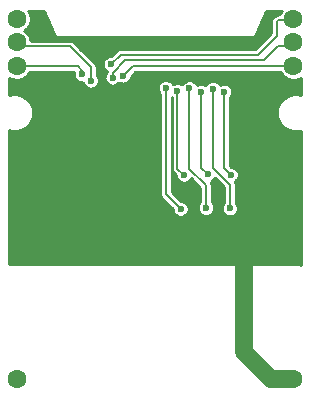
<source format=gbr>
G04 DipTrace 3.2.0.1*
G04 Bottom.gbr*
%MOMM*%
G04 #@! TF.FileFunction,Copper,L2,Bot*
G04 #@! TF.Part,Single*
G04 #@! TA.AperFunction,CopperBalancing*
%ADD10C,0.25*%
G04 #@! TA.AperFunction,Conductor*
%ADD15C,0.2*%
G04 #@! TA.AperFunction,ViaPad*
%ADD18C,0.6*%
G04 #@! TA.AperFunction,Conductor*
%ADD19C,1.5*%
G04 #@! TA.AperFunction,ComponentPad*
%ADD25C,1.6*%
G04 #@! TA.AperFunction,ViaPad*
%ADD30C,0.8*%
%FSLAX35Y35*%
G04*
G71*
G90*
G75*
G01*
G04 Bottom*
%LPD*%
X587307Y1453917D2*
D15*
Y802880D1*
X640343Y749843D1*
X489060Y1479297D2*
Y807610D1*
X634340Y662330D1*
Y465043D1*
X388790Y1451500D2*
Y809007D1*
X445483Y752313D1*
X290710Y1483657D2*
Y802003D1*
X431930Y660783D1*
Y468363D1*
X189980Y1460170D2*
Y802580D1*
X243223Y749337D1*
X91363Y1485180D2*
Y586930D1*
X217187Y461107D1*
X-237180Y1505667D2*
D18*
Y555047D1*
X-326333Y465893D1*
X1170000Y-980000D2*
D19*
X982047D1*
X755040Y-752993D1*
Y96627D1*
X-326333D1*
Y465893D1*
X-676050Y1519990D2*
D18*
Y815610D1*
X-326333Y465893D1*
X1170000Y1670000D2*
D15*
X-185807D1*
X-267613Y1588193D1*
X-375397Y1686320D2*
Y1683973D1*
X-291653Y1767717D1*
X869900D1*
X1028777Y1926593D1*
Y2043503D1*
X1043763Y2058490D1*
X1158490D1*
X1170000Y2070000D1*
X-359543Y1571940D2*
Y1609683D1*
X-251303Y1717923D1*
X922023D1*
X1043763Y1839663D1*
X1139663D1*
X1170000Y1870000D1*
X-542863Y1546377D2*
Y1661453D1*
X-718740Y1837330D1*
X-1137330D1*
X-1170000Y1870000D1*
X-618267Y1598747D2*
Y1632087D1*
X-656180Y1670000D1*
X-1170000D1*
D18*
X947700Y1986890D3*
X-1005337Y1921737D3*
X113257Y1874563D3*
X295473D3*
X559590Y1870470D3*
X-515300Y1868420D3*
X-202047D3*
X-375397Y1686320D3*
X-618267Y1598747D3*
X-267613Y1588193D3*
X-359543Y1571940D3*
X-542863Y1546377D3*
X-676050Y1519990D3*
X-237180Y1505667D3*
X-1167833Y1497217D3*
X1162707Y1486710D3*
X489060Y1479297D3*
X587307Y1453917D3*
X91363Y1485180D3*
X189980Y1460170D3*
X290710Y1483657D3*
X388790Y1451500D3*
X991773Y1370267D3*
X-997923Y1342927D3*
X988780Y1259617D3*
X-954803Y1246770D3*
X445483Y752313D3*
X640343Y749843D3*
X243223Y749337D3*
X-1036647Y72903D3*
X-1036677Y254873D3*
X1067997Y540470D3*
X-1040297Y483970D3*
D30*
X-326333Y465893D3*
D18*
X431930Y468363D3*
X634340Y465043D3*
X217187Y461107D3*
X1067997Y444547D3*
X-1037570Y376247D3*
X1070993Y345623D3*
Y252697D3*
X1067997Y153777D3*
X1073993Y63850D3*
X-1056997Y2112833D2*
D10*
X-931527D1*
X931527D2*
X1056997D1*
X-1050407Y2088167D2*
X-920297D1*
X920297D2*
X1002360D1*
X-1049183Y2063500D2*
X-909117D1*
X909117D2*
X982093D1*
X-1053190Y2038833D2*
X-897887D1*
X897887D2*
X977797D1*
X-1062953Y2014167D2*
X-886703D1*
X886703D2*
X977797D1*
X-1080533Y1989500D2*
X-875473D1*
X875473D2*
X977797D1*
X-1096450Y1964833D2*
X-864243D1*
X864243D2*
X977797D1*
X-1071987Y1940167D2*
X-853060D1*
X853060D2*
X971253D1*
X-1058070Y1915500D2*
X946597D1*
X-1050843Y1890833D2*
X921940D1*
X-676480Y1866167D2*
X897280D1*
X-651820Y1841500D2*
X872573D1*
X-627163Y1816833D2*
X847917D1*
X-602503Y1792167D2*
X-338317D1*
X-577797Y1767500D2*
X-362973D1*
X-553140Y1742833D2*
X-416587D1*
X-528480Y1718167D2*
X-438560D1*
X-503970Y1693500D2*
X-446030D1*
X-492447Y1668833D2*
X-444127D1*
X-491860Y1644167D2*
X-431870D1*
X-1060317Y1619500D2*
X-686070D1*
X-491860D2*
X-411363D1*
X-165200D2*
X1060317D1*
X-1075893Y1594833D2*
X-689147D1*
X-491860D2*
X-426597D1*
X-189907D2*
X1075893D1*
X-1103677Y1570167D2*
X-683043D1*
X-476137D2*
X-430503D1*
X-199037D2*
X1103677D1*
X-1234977Y1545500D2*
X-663853D1*
X-471890D2*
X-425230D1*
X-211537D2*
X56410D1*
X126303D2*
X258753D1*
X322690D2*
X468960D1*
X509167D2*
X1234977D1*
X-1234977Y1520833D2*
X-608920D1*
X-476820D2*
X-407650D1*
X-311440D2*
X-282553D1*
X-252650D2*
X30387D1*
X350767D2*
X432093D1*
X546030D2*
X570180D1*
X604430D2*
X1234977D1*
X-1234977Y1496167D2*
X-591977D1*
X-493763D2*
X21253D1*
X643737D2*
X1234977D1*
X-1234977Y1471500D2*
X21743D1*
X655990D2*
X1234977D1*
X-1234977Y1446833D2*
X32093D1*
X657943D2*
X1235023D1*
X-1130483Y1422167D2*
X40347D1*
X650523D2*
X1130483D1*
X-1087953Y1397500D2*
X40347D1*
X638317D2*
X1087953D1*
X-1063637Y1372833D2*
X40347D1*
X638317D2*
X1063637D1*
X-1047670Y1348167D2*
X40347D1*
X638317D2*
X1047670D1*
X-1037320Y1323500D2*
X40347D1*
X638317D2*
X1037320D1*
X-1031460Y1298833D2*
X40347D1*
X638317D2*
X1031460D1*
X-1029653Y1274167D2*
X40347D1*
X638317D2*
X1029653D1*
X-1031753Y1249500D2*
X40347D1*
X638317D2*
X1031753D1*
X-1037857Y1224833D2*
X40347D1*
X638317D2*
X1037857D1*
X-1048550Y1200167D2*
X40347D1*
X638317D2*
X1048550D1*
X-1064957Y1175500D2*
X40347D1*
X638317D2*
X1064957D1*
X-1090053Y1150833D2*
X40347D1*
X638317D2*
X1090053D1*
X-1134977Y1126167D2*
X40347D1*
X638317D2*
X1134977D1*
X-1234977Y1101500D2*
X40347D1*
X638317D2*
X1235023D1*
X-1234977Y1076833D2*
X40347D1*
X638317D2*
X1234977D1*
X-1234977Y1052167D2*
X40347D1*
X638317D2*
X1234977D1*
X-1234977Y1027500D2*
X40347D1*
X638317D2*
X1234977D1*
X-1234977Y1002833D2*
X40347D1*
X638317D2*
X1234977D1*
X-1234977Y978167D2*
X40347D1*
X638317D2*
X1234977D1*
X-1234977Y953500D2*
X40347D1*
X638317D2*
X1234977D1*
X-1234977Y928833D2*
X40347D1*
X638317D2*
X1234977D1*
X-1234977Y904167D2*
X40347D1*
X638317D2*
X1234977D1*
X-1234977Y879500D2*
X40347D1*
X638317D2*
X1234977D1*
X-1234977Y854833D2*
X40347D1*
X638317D2*
X1234977D1*
X-1234977Y830167D2*
X40347D1*
X638317D2*
X1235023D1*
X-1234977Y805500D2*
X40347D1*
X682797D2*
X1235023D1*
X-1234977Y780833D2*
X40347D1*
X703940D2*
X1235023D1*
X-1234977Y756167D2*
X40347D1*
X142367D2*
X165297D1*
X711070D2*
X1235023D1*
X-1234977Y731500D2*
X40347D1*
X142367D2*
X174577D1*
X708823D2*
X1235023D1*
X-1234977Y706833D2*
X40347D1*
X142367D2*
X187027D1*
X299447D2*
X314810D1*
X499203D2*
X518763D1*
X696177D2*
X1235023D1*
X-1234977Y682167D2*
X40347D1*
X142367D2*
X227310D1*
X259167D2*
X339467D1*
X477963D2*
X543423D1*
X681090D2*
X1235023D1*
X-1234977Y657500D2*
X40347D1*
X142367D2*
X364127D1*
X482943D2*
X568080D1*
X685337D2*
X1235023D1*
X-1234977Y632833D2*
X40347D1*
X142367D2*
X380923D1*
X482943D2*
X583317D1*
X685337D2*
X1235023D1*
X-1234977Y608167D2*
X40347D1*
X142367D2*
X380923D1*
X482943D2*
X583317D1*
X685337D2*
X1235023D1*
X-1234977Y583500D2*
X40493D1*
X165903D2*
X380923D1*
X482943D2*
X583317D1*
X685337D2*
X1235023D1*
X-1234977Y558833D2*
X49330D1*
X190560D2*
X380923D1*
X482943D2*
X583317D1*
X685337D2*
X1235023D1*
X-1234977Y534167D2*
X73060D1*
X215220D2*
X380923D1*
X482943D2*
X583317D1*
X685337D2*
X1235023D1*
X-1234977Y509500D2*
X97720D1*
X268150D2*
X374673D1*
X489193D2*
X579703D1*
X688950D2*
X1235023D1*
X-1234977Y484833D2*
X122377D1*
X283970D2*
X362953D1*
X500913D2*
X566273D1*
X702427D2*
X1235023D1*
X-1234977Y460167D2*
X146207D1*
X288170D2*
X361440D1*
X502427D2*
X563490D1*
X705160D2*
X1235023D1*
X-1234977Y435500D2*
X151137D1*
X283237D2*
X369350D1*
X494517D2*
X570033D1*
X698617D2*
X1235023D1*
X-1234977Y410833D2*
X168180D1*
X266197D2*
X392250D1*
X471617D2*
X589957D1*
X678697D2*
X1235023D1*
X-1234977Y386167D2*
X1235023D1*
X-1234977Y361500D2*
X1235023D1*
X-1234977Y336833D2*
X1235023D1*
X-1234977Y312167D2*
X1235023D1*
X-1234977Y287500D2*
X1235023D1*
X-1234977Y262833D2*
X1235023D1*
X-1234977Y238167D2*
X1235023D1*
X-1234977Y213500D2*
X1235023D1*
X-1234977Y188833D2*
X1235023D1*
X-1234977Y164167D2*
X1235023D1*
X-1234977Y139500D2*
X1235023D1*
X-1234977Y114833D2*
X1235023D1*
X-1234977Y90167D2*
X1235023D1*
X-1234977Y65500D2*
X1235023D1*
X-1234977Y40833D2*
X1235023D1*
X-1234977Y16167D2*
X1235023D1*
X-1032653Y1262617D2*
X-1034110Y1250310D1*
X-1036527Y1238153D1*
X-1039890Y1226227D1*
X-1044180Y1214600D1*
X-1049370Y1203347D1*
X-1055423Y1192533D1*
X-1062310Y1182227D1*
X-1069983Y1172497D1*
X-1078393Y1163393D1*
X-1087497Y1154983D1*
X-1097227Y1147310D1*
X-1107533Y1140423D1*
X-1118347Y1134370D1*
X-1129600Y1129180D1*
X-1141227Y1124890D1*
X-1153153Y1121527D1*
X-1165310Y1119110D1*
X-1177617Y1117653D1*
X-1190000Y1117167D1*
X-1202383Y1117653D1*
X-1214690Y1119110D1*
X-1226847Y1121527D1*
X-1237517Y1124537D1*
X-1237500Y-9990D1*
X-1230593Y-6247D1*
X-1224843Y-4390D1*
X-1218877Y-3457D1*
X-1090853Y-3567D1*
X1194220Y-7440D1*
X1216743Y-7240D1*
X1222723Y-8100D1*
X1228493Y-9887D1*
X1233917Y-12550D1*
X1236463Y-14203D1*
X1237500Y-10917D1*
Y1124463D1*
X1226847Y1121527D1*
X1214690Y1119110D1*
X1202383Y1117653D1*
X1190000Y1117167D1*
X1177617Y1117653D1*
X1165310Y1119110D1*
X1153153Y1121527D1*
X1141227Y1124890D1*
X1129600Y1129180D1*
X1118347Y1134370D1*
X1107533Y1140423D1*
X1097227Y1147310D1*
X1087497Y1154983D1*
X1078393Y1163393D1*
X1069983Y1172497D1*
X1062310Y1182227D1*
X1055423Y1192533D1*
X1049370Y1203347D1*
X1044180Y1214600D1*
X1039890Y1226227D1*
X1036527Y1238153D1*
X1034110Y1250310D1*
X1032653Y1262617D1*
X1032167Y1275000D1*
X1032653Y1287383D1*
X1034110Y1299690D1*
X1036527Y1311847D1*
X1039890Y1323773D1*
X1044180Y1335400D1*
X1049370Y1346653D1*
X1055423Y1357467D1*
X1062310Y1367773D1*
X1069983Y1377503D1*
X1078393Y1386607D1*
X1087497Y1395017D1*
X1097227Y1402690D1*
X1107533Y1409577D1*
X1118347Y1415630D1*
X1129600Y1420820D1*
X1141227Y1425110D1*
X1153153Y1428473D1*
X1165310Y1430890D1*
X1177617Y1432347D1*
X1190000Y1432833D1*
X1202383Y1432347D1*
X1214690Y1430890D1*
X1226847Y1428473D1*
X1237517Y1425463D1*
X1237500Y1572607D1*
X1223797Y1564417D1*
X1215347Y1560520D1*
X1206620Y1557300D1*
X1197663Y1554773D1*
X1188537Y1552960D1*
X1179297Y1551867D1*
X1170000Y1551500D1*
X1160703Y1551867D1*
X1151463Y1552960D1*
X1142337Y1554773D1*
X1133380Y1557300D1*
X1124653Y1560520D1*
X1116203Y1564417D1*
X1108083Y1568963D1*
X1100347Y1574130D1*
X1093040Y1579893D1*
X1086207Y1586207D1*
X1079893Y1593040D1*
X1074130Y1600347D1*
X1068963Y1608083D1*
X1061967Y1621517D1*
X-165693Y1621500D1*
X-199123Y1588093D1*
X-199957Y1577477D1*
X-202467Y1567027D1*
X-206580Y1557093D1*
X-212197Y1547930D1*
X-219177Y1539757D1*
X-227350Y1532777D1*
X-236513Y1527160D1*
X-246447Y1523047D1*
X-256897Y1520537D1*
X-267613Y1519693D1*
X-278330Y1520537D1*
X-288780Y1523047D1*
X-298713Y1527160D1*
X-304820Y1530733D1*
X-311107Y1523503D1*
X-319280Y1516523D1*
X-328443Y1510907D1*
X-338377Y1506793D1*
X-348827Y1504283D1*
X-359543Y1503440D1*
X-370260Y1504283D1*
X-380710Y1506793D1*
X-390643Y1510907D1*
X-399807Y1516523D1*
X-407980Y1523503D1*
X-414960Y1531677D1*
X-420577Y1540840D1*
X-424690Y1550773D1*
X-427200Y1561223D1*
X-428043Y1571940D1*
X-427200Y1582657D1*
X-424690Y1593107D1*
X-420577Y1603040D1*
X-414960Y1612203D1*
X-407980Y1620377D1*
X-406513Y1621733D1*
X-405663Y1624683D1*
X-415660Y1630903D1*
X-423833Y1637883D1*
X-430813Y1646057D1*
X-436430Y1655220D1*
X-440543Y1665153D1*
X-443053Y1675603D1*
X-443897Y1686320D1*
X-443053Y1697037D1*
X-440543Y1707487D1*
X-436430Y1717420D1*
X-430813Y1726583D1*
X-423833Y1734757D1*
X-415660Y1741737D1*
X-406497Y1747353D1*
X-396563Y1751467D1*
X-386113Y1753977D1*
X-375397Y1754820D1*
X-373233Y1754737D1*
X-323153Y1804597D1*
X-316993Y1809070D1*
X-310213Y1812527D1*
X-302977Y1814877D1*
X-295460Y1816067D1*
X-216653Y1816217D1*
X849803D1*
X980307Y1946713D1*
X980427Y2047310D1*
X981617Y2054827D1*
X983967Y2062063D1*
X987423Y2068843D1*
X991897Y2075003D1*
X1009470Y2092783D1*
X1015257Y2097727D1*
X1021743Y2101703D1*
X1028777Y2104617D1*
X1036177Y2106393D1*
X1043763Y2106990D1*
X1057387D1*
X1060520Y2115347D1*
X1064417Y2123797D1*
X1072697Y2137507D1*
X940210Y2137500D1*
X842853Y1923470D1*
X840313Y1920493D1*
X836980Y1918450D1*
X833177Y1917540D1*
X-833733Y1917593D1*
X-837490Y1918677D1*
X-840730Y1920867D1*
X-843137Y1923950D1*
X-940260Y2137527D1*
X-1072577Y2137500D1*
X-1064417Y2123797D1*
X-1060520Y2115347D1*
X-1057300Y2106620D1*
X-1054773Y2097663D1*
X-1052960Y2088537D1*
X-1051867Y2079297D1*
X-1051500Y2070000D1*
X-1051867Y2060703D1*
X-1052960Y2051463D1*
X-1054773Y2042337D1*
X-1057300Y2033380D1*
X-1060520Y2024653D1*
X-1064417Y2016203D1*
X-1068963Y2008083D1*
X-1074130Y2000347D1*
X-1079893Y1993040D1*
X-1086207Y1986207D1*
X-1093040Y1979893D1*
X-1100347Y1974130D1*
X-1106483Y1970033D1*
X-1093040Y1960107D1*
X-1086207Y1953793D1*
X-1079893Y1946960D1*
X-1074130Y1939653D1*
X-1068963Y1931917D1*
X-1064417Y1923797D1*
X-1060520Y1915347D1*
X-1057300Y1906620D1*
X-1054773Y1897663D1*
X-1052640Y1885830D1*
X-714933Y1885680D1*
X-707417Y1884490D1*
X-700180Y1882137D1*
X-693400Y1878683D1*
X-687243Y1874210D1*
X-631413Y1818593D1*
X-505983Y1692950D1*
X-501510Y1686793D1*
X-498057Y1680013D1*
X-495703Y1672777D1*
X-494513Y1665260D1*
X-494363Y1594707D1*
X-487447Y1586640D1*
X-481830Y1577477D1*
X-477717Y1567543D1*
X-475207Y1557093D1*
X-474363Y1546377D1*
X-475207Y1535660D1*
X-477717Y1525210D1*
X-481830Y1515277D1*
X-487447Y1506113D1*
X-494427Y1497940D1*
X-502600Y1490960D1*
X-511763Y1485343D1*
X-521697Y1481230D1*
X-532147Y1478720D1*
X-542863Y1477877D1*
X-553580Y1478720D1*
X-564030Y1481230D1*
X-573963Y1485343D1*
X-583127Y1490960D1*
X-591300Y1497940D1*
X-598280Y1506113D1*
X-603897Y1515277D1*
X-608010Y1525210D1*
X-609557Y1530820D1*
X-618267Y1530247D1*
X-628983Y1531090D1*
X-639433Y1533600D1*
X-649367Y1537713D1*
X-658530Y1543330D1*
X-666703Y1550310D1*
X-673683Y1558483D1*
X-679300Y1567647D1*
X-683413Y1577580D1*
X-685923Y1588030D1*
X-686767Y1598747D1*
X-685923Y1609463D1*
X-683413Y1619913D1*
X-682827Y1621510D1*
X-1061893Y1621500D1*
X-1068963Y1608083D1*
X-1074130Y1600347D1*
X-1079893Y1593040D1*
X-1086207Y1586207D1*
X-1093040Y1579893D1*
X-1100347Y1574130D1*
X-1108083Y1568963D1*
X-1116203Y1564417D1*
X-1124653Y1560520D1*
X-1133380Y1557300D1*
X-1142337Y1554773D1*
X-1151463Y1552960D1*
X-1160703Y1551867D1*
X-1170000Y1551500D1*
X-1179297Y1551867D1*
X-1188537Y1552960D1*
X-1197663Y1554773D1*
X-1206620Y1557300D1*
X-1215347Y1560520D1*
X-1223797Y1564417D1*
X-1237507Y1572697D1*
X-1237497Y1425557D1*
X-1226847Y1428473D1*
X-1214690Y1430890D1*
X-1202383Y1432347D1*
X-1190000Y1432833D1*
X-1177617Y1432347D1*
X-1165310Y1430890D1*
X-1153153Y1428473D1*
X-1141227Y1425110D1*
X-1129600Y1420820D1*
X-1118347Y1415630D1*
X-1107533Y1409577D1*
X-1097227Y1402690D1*
X-1087497Y1395017D1*
X-1078393Y1386607D1*
X-1069983Y1377503D1*
X-1062310Y1367773D1*
X-1055423Y1357467D1*
X-1049370Y1346653D1*
X-1044180Y1335400D1*
X-1039890Y1323773D1*
X-1036527Y1311847D1*
X-1034110Y1299690D1*
X-1032653Y1287383D1*
X-1032167Y1275000D1*
X-1032653Y1262617D1*
X427067Y1508317D2*
X430653Y1515087D1*
X436970Y1523783D1*
X444573Y1531383D1*
X453267Y1537703D1*
X462847Y1542583D1*
X473067Y1545903D1*
X483683Y1547587D1*
X494433D1*
X505050Y1545903D1*
X515273Y1542583D1*
X524850Y1537703D1*
X533547Y1531383D1*
X541147Y1523783D1*
X547467Y1515087D1*
X549673Y1511147D1*
X556207Y1514950D1*
X566137Y1519063D1*
X576590Y1521573D1*
X587307Y1522417D1*
X598023Y1521573D1*
X608473Y1519063D1*
X618403Y1514950D1*
X627570Y1509333D1*
X635743Y1502353D1*
X642723Y1494180D1*
X648340Y1485013D1*
X652453Y1475083D1*
X654963Y1464633D1*
X655807Y1453917D1*
X654963Y1443200D1*
X652453Y1432750D1*
X648340Y1422817D1*
X642723Y1413653D1*
X635813Y1405557D1*
X635807Y823007D1*
X640417Y818360D1*
X651060Y817500D1*
X661510Y814990D1*
X671443Y810877D1*
X680607Y805260D1*
X688780Y798280D1*
X695760Y790107D1*
X701377Y780943D1*
X705490Y771010D1*
X708000Y760560D1*
X708843Y749843D1*
X708000Y739127D1*
X705490Y728677D1*
X701377Y718743D1*
X695760Y709580D1*
X688780Y701407D1*
X680607Y694427D1*
X673990Y690237D1*
X677553Y684350D1*
X680467Y677317D1*
X682243Y669917D1*
X682840Y662330D1*
Y513453D1*
X689757Y505307D1*
X695373Y496143D1*
X699487Y486210D1*
X701997Y475760D1*
X702840Y465043D1*
X701997Y454327D1*
X699487Y443877D1*
X695373Y433943D1*
X689757Y424780D1*
X682777Y416607D1*
X674603Y409627D1*
X665440Y404010D1*
X655507Y399897D1*
X645057Y397387D1*
X634340Y396543D1*
X623623Y397387D1*
X613173Y399897D1*
X603240Y404010D1*
X594077Y409627D1*
X585903Y416607D1*
X578923Y424780D1*
X573307Y433943D1*
X569193Y443877D1*
X566683Y454327D1*
X565840Y465043D1*
X566683Y475760D1*
X569193Y486210D1*
X573307Y496143D1*
X578923Y505307D1*
X585833Y513403D1*
X585840Y642240D1*
X506517Y721213D1*
X500900Y712050D1*
X493920Y703877D1*
X485747Y696897D1*
X476583Y691280D1*
X471440Y688933D1*
X475143Y682803D1*
X478057Y675770D1*
X479833Y668370D1*
X480430Y660783D1*
Y516690D1*
X487347Y508627D1*
X492963Y499463D1*
X497077Y489530D1*
X499587Y479080D1*
X500430Y468363D1*
X499587Y457647D1*
X497077Y447197D1*
X492963Y437263D1*
X487347Y428100D1*
X480367Y419927D1*
X472193Y412947D1*
X463030Y407330D1*
X453097Y403217D1*
X442647Y400707D1*
X431930Y399863D1*
X421213Y400707D1*
X410763Y403217D1*
X400830Y407330D1*
X391667Y412947D1*
X383493Y419927D1*
X376513Y428100D1*
X370897Y437263D1*
X366783Y447197D1*
X364273Y457647D1*
X363430Y468363D1*
X364273Y479080D1*
X366783Y489530D1*
X370897Y499463D1*
X376513Y508627D1*
X383423Y516723D1*
X383430Y640677D1*
X304793Y719330D1*
X301630Y713547D1*
X295310Y704850D1*
X287710Y697250D1*
X279013Y690930D1*
X269437Y686050D1*
X259213Y682730D1*
X248597Y681047D1*
X237850D1*
X227233Y682730D1*
X217010Y686050D1*
X207433Y690930D1*
X198737Y697250D1*
X191137Y704850D1*
X184817Y713547D1*
X179937Y723123D1*
X176617Y733347D1*
X174933Y743963D1*
X174727Y749233D1*
X153100Y771080D1*
X148627Y777237D1*
X145173Y784020D1*
X142820Y791257D1*
X141630Y798773D1*
X141480Y877580D1*
Y1411807D1*
X139863Y1410180D1*
Y607007D1*
X217257Y529623D1*
X227903Y528763D1*
X238353Y526253D1*
X248287Y522140D1*
X257450Y516523D1*
X265623Y509543D1*
X272603Y501370D1*
X278220Y492207D1*
X282333Y482273D1*
X284843Y471823D1*
X285687Y461107D1*
X284843Y450390D1*
X282333Y439940D1*
X278220Y430007D1*
X272603Y420843D1*
X265623Y412670D1*
X257450Y405690D1*
X248287Y400073D1*
X238353Y395960D1*
X227903Y393450D1*
X217187Y392607D1*
X206470Y393450D1*
X196020Y395960D1*
X186087Y400073D1*
X176923Y405690D1*
X168750Y412670D1*
X161770Y420843D1*
X156153Y430007D1*
X152040Y439940D1*
X149530Y450390D1*
X148690Y461003D1*
X54483Y555430D1*
X50010Y561587D1*
X46557Y568370D1*
X44203Y575607D1*
X43013Y583123D1*
X42863Y661930D1*
Y1436783D1*
X35947Y1444917D1*
X30330Y1454080D1*
X26217Y1464013D1*
X23707Y1474463D1*
X22863Y1485180D1*
X23707Y1495897D1*
X26217Y1506347D1*
X30330Y1516277D1*
X35947Y1525443D1*
X42927Y1533617D1*
X51100Y1540597D1*
X60267Y1546213D1*
X70197Y1550327D1*
X80650Y1552837D1*
X91363Y1553680D1*
X102080Y1552837D1*
X112533Y1550327D1*
X122463Y1546213D1*
X131627Y1540597D1*
X139800Y1533617D1*
X146783Y1525443D1*
X151917Y1517140D1*
X158883Y1521203D1*
X168813Y1525317D1*
X179267Y1527827D1*
X189980Y1528670D1*
X200697Y1527827D1*
X211150Y1525317D1*
X221080Y1521203D1*
X230157Y1515647D1*
X235290Y1523920D1*
X242273Y1532093D1*
X250447Y1539077D1*
X259610Y1544693D1*
X269540Y1548807D1*
X279993Y1551313D1*
X290710Y1552157D1*
X301423Y1551313D1*
X311877Y1548807D1*
X321807Y1544693D1*
X330973Y1539077D1*
X339147Y1532093D1*
X346127Y1523920D1*
X351743Y1514757D1*
X353757Y1510387D1*
X362577Y1514787D1*
X372797Y1518107D1*
X383413Y1519790D1*
X394163D1*
X404780Y1518107D1*
X415003Y1514787D1*
X424580Y1509907D1*
X427010Y1508283D1*
D25*
X-1170000Y1670000D3*
Y1870000D3*
Y2070000D3*
X1170000Y1670000D3*
Y1870000D3*
Y2070000D3*
Y-980000D3*
X-1170000D3*
M02*

</source>
